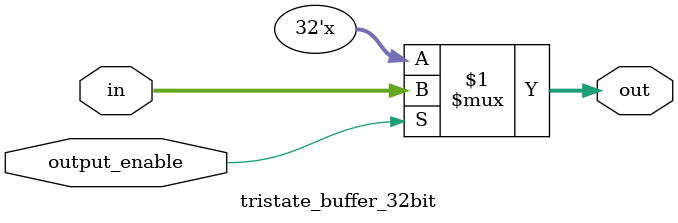
<source format=v>
module tristate_buffer_32bit(out, in, output_enable);
    input [31:0] in;
    input output_enable;
    output [31:0] out;

    assign out = output_enable ? in : 32'bz;

endmodule
</source>
